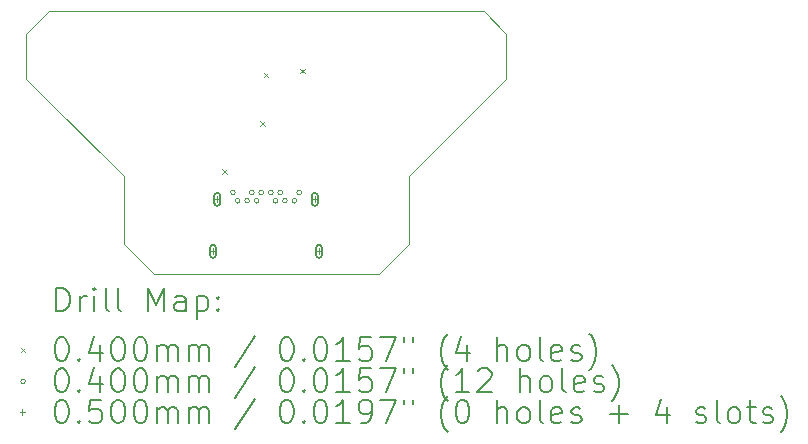
<source format=gbr>
%TF.GenerationSoftware,KiCad,Pcbnew,7.0.5*%
%TF.CreationDate,2024-02-16T09:22:16-05:00*%
%TF.ProjectId,female_connector,66656d61-6c65-45f6-936f-6e6e6563746f,rev?*%
%TF.SameCoordinates,Original*%
%TF.FileFunction,Drillmap*%
%TF.FilePolarity,Positive*%
%FSLAX45Y45*%
G04 Gerber Fmt 4.5, Leading zero omitted, Abs format (unit mm)*
G04 Created by KiCad (PCBNEW 7.0.5) date 2024-02-16 09:22:16*
%MOMM*%
%LPD*%
G01*
G04 APERTURE LIST*
%ADD10C,0.100000*%
%ADD11C,0.200000*%
%ADD12C,0.040000*%
%ADD13C,0.050000*%
G04 APERTURE END LIST*
D10*
X15875000Y-7366000D02*
X16065500Y-7556500D01*
X16065500Y-7556500D02*
X16065500Y-7937500D01*
X14033500Y-7366000D02*
X15875000Y-7366000D01*
X12192000Y-7366000D02*
X14033500Y-7366000D01*
X12001500Y-7937500D02*
X12001500Y-7556500D01*
X16065500Y-7937500D02*
X15938500Y-8064500D01*
X12001500Y-7556500D02*
X12192000Y-7366000D01*
X12827000Y-8763000D02*
X12827000Y-9334500D01*
X15938500Y-8064500D02*
X15240000Y-8763000D01*
X15240000Y-8763000D02*
X15240000Y-9334500D01*
X14033500Y-9588500D02*
X13081000Y-9588500D01*
X12128500Y-8064500D02*
X12001500Y-7937500D01*
X14986000Y-9588500D02*
X14033500Y-9588500D01*
X13081000Y-9588500D02*
X12827000Y-9334500D01*
X12827000Y-8763000D02*
X12128500Y-8064500D01*
X15240000Y-9334500D02*
X14986000Y-9588500D01*
D11*
D12*
X13664180Y-8699290D02*
X13704180Y-8739290D01*
X13704180Y-8699290D02*
X13664180Y-8739290D01*
X13985280Y-8297170D02*
X14025280Y-8337170D01*
X14025280Y-8297170D02*
X13985280Y-8337170D01*
X14013500Y-7885650D02*
X14053500Y-7925650D01*
X14053500Y-7885650D02*
X14013500Y-7925650D01*
X14322630Y-7849670D02*
X14362630Y-7889670D01*
X14362630Y-7849670D02*
X14322630Y-7889670D01*
X13773500Y-8899000D02*
G75*
G03*
X13773500Y-8899000I-20000J0D01*
G01*
X13813500Y-8969000D02*
G75*
G03*
X13813500Y-8969000I-20000J0D01*
G01*
X13893500Y-8969000D02*
G75*
G03*
X13893500Y-8969000I-20000J0D01*
G01*
X13933500Y-8899000D02*
G75*
G03*
X13933500Y-8899000I-20000J0D01*
G01*
X13973500Y-8969000D02*
G75*
G03*
X13973500Y-8969000I-20000J0D01*
G01*
X14013500Y-8899000D02*
G75*
G03*
X14013500Y-8899000I-20000J0D01*
G01*
X14093500Y-8899000D02*
G75*
G03*
X14093500Y-8899000I-20000J0D01*
G01*
X14133500Y-8969000D02*
G75*
G03*
X14133500Y-8969000I-20000J0D01*
G01*
X14173500Y-8899000D02*
G75*
G03*
X14173500Y-8899000I-20000J0D01*
G01*
X14213500Y-8969000D02*
G75*
G03*
X14213500Y-8969000I-20000J0D01*
G01*
X14293500Y-8969000D02*
G75*
G03*
X14293500Y-8969000I-20000J0D01*
G01*
X14333500Y-8899000D02*
G75*
G03*
X14333500Y-8899000I-20000J0D01*
G01*
D13*
X13584500Y-9373000D02*
X13584500Y-9423000D01*
X13559500Y-9398000D02*
X13609500Y-9398000D01*
D11*
X13559500Y-9368000D02*
X13559500Y-9428000D01*
X13559500Y-9428000D02*
G75*
G03*
X13609500Y-9428000I25000J0D01*
G01*
X13609500Y-9428000D02*
X13609500Y-9368000D01*
X13609500Y-9368000D02*
G75*
G03*
X13559500Y-9368000I-25000J0D01*
G01*
D13*
X13620500Y-8933000D02*
X13620500Y-8983000D01*
X13595500Y-8958000D02*
X13645500Y-8958000D01*
D11*
X13595500Y-8928000D02*
X13595500Y-8988000D01*
X13595500Y-8988000D02*
G75*
G03*
X13645500Y-8988000I25000J0D01*
G01*
X13645500Y-8988000D02*
X13645500Y-8928000D01*
X13645500Y-8928000D02*
G75*
G03*
X13595500Y-8928000I-25000J0D01*
G01*
D13*
X14446500Y-8933000D02*
X14446500Y-8983000D01*
X14421500Y-8958000D02*
X14471500Y-8958000D01*
D11*
X14421500Y-8928000D02*
X14421500Y-8988000D01*
X14421500Y-8988000D02*
G75*
G03*
X14471500Y-8988000I25000J0D01*
G01*
X14471500Y-8988000D02*
X14471500Y-8928000D01*
X14471500Y-8928000D02*
G75*
G03*
X14421500Y-8928000I-25000J0D01*
G01*
D13*
X14482500Y-9373000D02*
X14482500Y-9423000D01*
X14457500Y-9398000D02*
X14507500Y-9398000D01*
D11*
X14457500Y-9368000D02*
X14457500Y-9428000D01*
X14457500Y-9428000D02*
G75*
G03*
X14507500Y-9428000I25000J0D01*
G01*
X14507500Y-9428000D02*
X14507500Y-9368000D01*
X14507500Y-9368000D02*
G75*
G03*
X14457500Y-9368000I-25000J0D01*
G01*
X12257277Y-9904984D02*
X12257277Y-9704984D01*
X12257277Y-9704984D02*
X12304896Y-9704984D01*
X12304896Y-9704984D02*
X12333467Y-9714508D01*
X12333467Y-9714508D02*
X12352515Y-9733555D01*
X12352515Y-9733555D02*
X12362039Y-9752603D01*
X12362039Y-9752603D02*
X12371562Y-9790698D01*
X12371562Y-9790698D02*
X12371562Y-9819270D01*
X12371562Y-9819270D02*
X12362039Y-9857365D01*
X12362039Y-9857365D02*
X12352515Y-9876412D01*
X12352515Y-9876412D02*
X12333467Y-9895460D01*
X12333467Y-9895460D02*
X12304896Y-9904984D01*
X12304896Y-9904984D02*
X12257277Y-9904984D01*
X12457277Y-9904984D02*
X12457277Y-9771650D01*
X12457277Y-9809746D02*
X12466801Y-9790698D01*
X12466801Y-9790698D02*
X12476324Y-9781174D01*
X12476324Y-9781174D02*
X12495372Y-9771650D01*
X12495372Y-9771650D02*
X12514420Y-9771650D01*
X12581086Y-9904984D02*
X12581086Y-9771650D01*
X12581086Y-9704984D02*
X12571562Y-9714508D01*
X12571562Y-9714508D02*
X12581086Y-9724031D01*
X12581086Y-9724031D02*
X12590610Y-9714508D01*
X12590610Y-9714508D02*
X12581086Y-9704984D01*
X12581086Y-9704984D02*
X12581086Y-9724031D01*
X12704896Y-9904984D02*
X12685848Y-9895460D01*
X12685848Y-9895460D02*
X12676324Y-9876412D01*
X12676324Y-9876412D02*
X12676324Y-9704984D01*
X12809658Y-9904984D02*
X12790610Y-9895460D01*
X12790610Y-9895460D02*
X12781086Y-9876412D01*
X12781086Y-9876412D02*
X12781086Y-9704984D01*
X13038229Y-9904984D02*
X13038229Y-9704984D01*
X13038229Y-9704984D02*
X13104896Y-9847841D01*
X13104896Y-9847841D02*
X13171562Y-9704984D01*
X13171562Y-9704984D02*
X13171562Y-9904984D01*
X13352515Y-9904984D02*
X13352515Y-9800222D01*
X13352515Y-9800222D02*
X13342991Y-9781174D01*
X13342991Y-9781174D02*
X13323943Y-9771650D01*
X13323943Y-9771650D02*
X13285848Y-9771650D01*
X13285848Y-9771650D02*
X13266801Y-9781174D01*
X13352515Y-9895460D02*
X13333467Y-9904984D01*
X13333467Y-9904984D02*
X13285848Y-9904984D01*
X13285848Y-9904984D02*
X13266801Y-9895460D01*
X13266801Y-9895460D02*
X13257277Y-9876412D01*
X13257277Y-9876412D02*
X13257277Y-9857365D01*
X13257277Y-9857365D02*
X13266801Y-9838317D01*
X13266801Y-9838317D02*
X13285848Y-9828793D01*
X13285848Y-9828793D02*
X13333467Y-9828793D01*
X13333467Y-9828793D02*
X13352515Y-9819270D01*
X13447753Y-9771650D02*
X13447753Y-9971650D01*
X13447753Y-9781174D02*
X13466801Y-9771650D01*
X13466801Y-9771650D02*
X13504896Y-9771650D01*
X13504896Y-9771650D02*
X13523943Y-9781174D01*
X13523943Y-9781174D02*
X13533467Y-9790698D01*
X13533467Y-9790698D02*
X13542991Y-9809746D01*
X13542991Y-9809746D02*
X13542991Y-9866889D01*
X13542991Y-9866889D02*
X13533467Y-9885936D01*
X13533467Y-9885936D02*
X13523943Y-9895460D01*
X13523943Y-9895460D02*
X13504896Y-9904984D01*
X13504896Y-9904984D02*
X13466801Y-9904984D01*
X13466801Y-9904984D02*
X13447753Y-9895460D01*
X13628705Y-9885936D02*
X13638229Y-9895460D01*
X13638229Y-9895460D02*
X13628705Y-9904984D01*
X13628705Y-9904984D02*
X13619182Y-9895460D01*
X13619182Y-9895460D02*
X13628705Y-9885936D01*
X13628705Y-9885936D02*
X13628705Y-9904984D01*
X13628705Y-9781174D02*
X13638229Y-9790698D01*
X13638229Y-9790698D02*
X13628705Y-9800222D01*
X13628705Y-9800222D02*
X13619182Y-9790698D01*
X13619182Y-9790698D02*
X13628705Y-9781174D01*
X13628705Y-9781174D02*
X13628705Y-9800222D01*
D12*
X11956500Y-10213500D02*
X11996500Y-10253500D01*
X11996500Y-10213500D02*
X11956500Y-10253500D01*
D11*
X12295372Y-10124984D02*
X12314420Y-10124984D01*
X12314420Y-10124984D02*
X12333467Y-10134508D01*
X12333467Y-10134508D02*
X12342991Y-10144031D01*
X12342991Y-10144031D02*
X12352515Y-10163079D01*
X12352515Y-10163079D02*
X12362039Y-10201174D01*
X12362039Y-10201174D02*
X12362039Y-10248793D01*
X12362039Y-10248793D02*
X12352515Y-10286889D01*
X12352515Y-10286889D02*
X12342991Y-10305936D01*
X12342991Y-10305936D02*
X12333467Y-10315460D01*
X12333467Y-10315460D02*
X12314420Y-10324984D01*
X12314420Y-10324984D02*
X12295372Y-10324984D01*
X12295372Y-10324984D02*
X12276324Y-10315460D01*
X12276324Y-10315460D02*
X12266801Y-10305936D01*
X12266801Y-10305936D02*
X12257277Y-10286889D01*
X12257277Y-10286889D02*
X12247753Y-10248793D01*
X12247753Y-10248793D02*
X12247753Y-10201174D01*
X12247753Y-10201174D02*
X12257277Y-10163079D01*
X12257277Y-10163079D02*
X12266801Y-10144031D01*
X12266801Y-10144031D02*
X12276324Y-10134508D01*
X12276324Y-10134508D02*
X12295372Y-10124984D01*
X12447753Y-10305936D02*
X12457277Y-10315460D01*
X12457277Y-10315460D02*
X12447753Y-10324984D01*
X12447753Y-10324984D02*
X12438229Y-10315460D01*
X12438229Y-10315460D02*
X12447753Y-10305936D01*
X12447753Y-10305936D02*
X12447753Y-10324984D01*
X12628705Y-10191650D02*
X12628705Y-10324984D01*
X12581086Y-10115460D02*
X12533467Y-10258317D01*
X12533467Y-10258317D02*
X12657277Y-10258317D01*
X12771562Y-10124984D02*
X12790610Y-10124984D01*
X12790610Y-10124984D02*
X12809658Y-10134508D01*
X12809658Y-10134508D02*
X12819182Y-10144031D01*
X12819182Y-10144031D02*
X12828705Y-10163079D01*
X12828705Y-10163079D02*
X12838229Y-10201174D01*
X12838229Y-10201174D02*
X12838229Y-10248793D01*
X12838229Y-10248793D02*
X12828705Y-10286889D01*
X12828705Y-10286889D02*
X12819182Y-10305936D01*
X12819182Y-10305936D02*
X12809658Y-10315460D01*
X12809658Y-10315460D02*
X12790610Y-10324984D01*
X12790610Y-10324984D02*
X12771562Y-10324984D01*
X12771562Y-10324984D02*
X12752515Y-10315460D01*
X12752515Y-10315460D02*
X12742991Y-10305936D01*
X12742991Y-10305936D02*
X12733467Y-10286889D01*
X12733467Y-10286889D02*
X12723943Y-10248793D01*
X12723943Y-10248793D02*
X12723943Y-10201174D01*
X12723943Y-10201174D02*
X12733467Y-10163079D01*
X12733467Y-10163079D02*
X12742991Y-10144031D01*
X12742991Y-10144031D02*
X12752515Y-10134508D01*
X12752515Y-10134508D02*
X12771562Y-10124984D01*
X12962039Y-10124984D02*
X12981086Y-10124984D01*
X12981086Y-10124984D02*
X13000134Y-10134508D01*
X13000134Y-10134508D02*
X13009658Y-10144031D01*
X13009658Y-10144031D02*
X13019182Y-10163079D01*
X13019182Y-10163079D02*
X13028705Y-10201174D01*
X13028705Y-10201174D02*
X13028705Y-10248793D01*
X13028705Y-10248793D02*
X13019182Y-10286889D01*
X13019182Y-10286889D02*
X13009658Y-10305936D01*
X13009658Y-10305936D02*
X13000134Y-10315460D01*
X13000134Y-10315460D02*
X12981086Y-10324984D01*
X12981086Y-10324984D02*
X12962039Y-10324984D01*
X12962039Y-10324984D02*
X12942991Y-10315460D01*
X12942991Y-10315460D02*
X12933467Y-10305936D01*
X12933467Y-10305936D02*
X12923943Y-10286889D01*
X12923943Y-10286889D02*
X12914420Y-10248793D01*
X12914420Y-10248793D02*
X12914420Y-10201174D01*
X12914420Y-10201174D02*
X12923943Y-10163079D01*
X12923943Y-10163079D02*
X12933467Y-10144031D01*
X12933467Y-10144031D02*
X12942991Y-10134508D01*
X12942991Y-10134508D02*
X12962039Y-10124984D01*
X13114420Y-10324984D02*
X13114420Y-10191650D01*
X13114420Y-10210698D02*
X13123943Y-10201174D01*
X13123943Y-10201174D02*
X13142991Y-10191650D01*
X13142991Y-10191650D02*
X13171563Y-10191650D01*
X13171563Y-10191650D02*
X13190610Y-10201174D01*
X13190610Y-10201174D02*
X13200134Y-10220222D01*
X13200134Y-10220222D02*
X13200134Y-10324984D01*
X13200134Y-10220222D02*
X13209658Y-10201174D01*
X13209658Y-10201174D02*
X13228705Y-10191650D01*
X13228705Y-10191650D02*
X13257277Y-10191650D01*
X13257277Y-10191650D02*
X13276324Y-10201174D01*
X13276324Y-10201174D02*
X13285848Y-10220222D01*
X13285848Y-10220222D02*
X13285848Y-10324984D01*
X13381086Y-10324984D02*
X13381086Y-10191650D01*
X13381086Y-10210698D02*
X13390610Y-10201174D01*
X13390610Y-10201174D02*
X13409658Y-10191650D01*
X13409658Y-10191650D02*
X13438229Y-10191650D01*
X13438229Y-10191650D02*
X13457277Y-10201174D01*
X13457277Y-10201174D02*
X13466801Y-10220222D01*
X13466801Y-10220222D02*
X13466801Y-10324984D01*
X13466801Y-10220222D02*
X13476324Y-10201174D01*
X13476324Y-10201174D02*
X13495372Y-10191650D01*
X13495372Y-10191650D02*
X13523943Y-10191650D01*
X13523943Y-10191650D02*
X13542991Y-10201174D01*
X13542991Y-10201174D02*
X13552515Y-10220222D01*
X13552515Y-10220222D02*
X13552515Y-10324984D01*
X13942991Y-10115460D02*
X13771563Y-10372603D01*
X14200134Y-10124984D02*
X14219182Y-10124984D01*
X14219182Y-10124984D02*
X14238229Y-10134508D01*
X14238229Y-10134508D02*
X14247753Y-10144031D01*
X14247753Y-10144031D02*
X14257277Y-10163079D01*
X14257277Y-10163079D02*
X14266801Y-10201174D01*
X14266801Y-10201174D02*
X14266801Y-10248793D01*
X14266801Y-10248793D02*
X14257277Y-10286889D01*
X14257277Y-10286889D02*
X14247753Y-10305936D01*
X14247753Y-10305936D02*
X14238229Y-10315460D01*
X14238229Y-10315460D02*
X14219182Y-10324984D01*
X14219182Y-10324984D02*
X14200134Y-10324984D01*
X14200134Y-10324984D02*
X14181086Y-10315460D01*
X14181086Y-10315460D02*
X14171563Y-10305936D01*
X14171563Y-10305936D02*
X14162039Y-10286889D01*
X14162039Y-10286889D02*
X14152515Y-10248793D01*
X14152515Y-10248793D02*
X14152515Y-10201174D01*
X14152515Y-10201174D02*
X14162039Y-10163079D01*
X14162039Y-10163079D02*
X14171563Y-10144031D01*
X14171563Y-10144031D02*
X14181086Y-10134508D01*
X14181086Y-10134508D02*
X14200134Y-10124984D01*
X14352515Y-10305936D02*
X14362039Y-10315460D01*
X14362039Y-10315460D02*
X14352515Y-10324984D01*
X14352515Y-10324984D02*
X14342991Y-10315460D01*
X14342991Y-10315460D02*
X14352515Y-10305936D01*
X14352515Y-10305936D02*
X14352515Y-10324984D01*
X14485848Y-10124984D02*
X14504896Y-10124984D01*
X14504896Y-10124984D02*
X14523944Y-10134508D01*
X14523944Y-10134508D02*
X14533467Y-10144031D01*
X14533467Y-10144031D02*
X14542991Y-10163079D01*
X14542991Y-10163079D02*
X14552515Y-10201174D01*
X14552515Y-10201174D02*
X14552515Y-10248793D01*
X14552515Y-10248793D02*
X14542991Y-10286889D01*
X14542991Y-10286889D02*
X14533467Y-10305936D01*
X14533467Y-10305936D02*
X14523944Y-10315460D01*
X14523944Y-10315460D02*
X14504896Y-10324984D01*
X14504896Y-10324984D02*
X14485848Y-10324984D01*
X14485848Y-10324984D02*
X14466801Y-10315460D01*
X14466801Y-10315460D02*
X14457277Y-10305936D01*
X14457277Y-10305936D02*
X14447753Y-10286889D01*
X14447753Y-10286889D02*
X14438229Y-10248793D01*
X14438229Y-10248793D02*
X14438229Y-10201174D01*
X14438229Y-10201174D02*
X14447753Y-10163079D01*
X14447753Y-10163079D02*
X14457277Y-10144031D01*
X14457277Y-10144031D02*
X14466801Y-10134508D01*
X14466801Y-10134508D02*
X14485848Y-10124984D01*
X14742991Y-10324984D02*
X14628706Y-10324984D01*
X14685848Y-10324984D02*
X14685848Y-10124984D01*
X14685848Y-10124984D02*
X14666801Y-10153555D01*
X14666801Y-10153555D02*
X14647753Y-10172603D01*
X14647753Y-10172603D02*
X14628706Y-10182127D01*
X14923944Y-10124984D02*
X14828706Y-10124984D01*
X14828706Y-10124984D02*
X14819182Y-10220222D01*
X14819182Y-10220222D02*
X14828706Y-10210698D01*
X14828706Y-10210698D02*
X14847753Y-10201174D01*
X14847753Y-10201174D02*
X14895372Y-10201174D01*
X14895372Y-10201174D02*
X14914420Y-10210698D01*
X14914420Y-10210698D02*
X14923944Y-10220222D01*
X14923944Y-10220222D02*
X14933467Y-10239270D01*
X14933467Y-10239270D02*
X14933467Y-10286889D01*
X14933467Y-10286889D02*
X14923944Y-10305936D01*
X14923944Y-10305936D02*
X14914420Y-10315460D01*
X14914420Y-10315460D02*
X14895372Y-10324984D01*
X14895372Y-10324984D02*
X14847753Y-10324984D01*
X14847753Y-10324984D02*
X14828706Y-10315460D01*
X14828706Y-10315460D02*
X14819182Y-10305936D01*
X15000134Y-10124984D02*
X15133467Y-10124984D01*
X15133467Y-10124984D02*
X15047753Y-10324984D01*
X15200134Y-10124984D02*
X15200134Y-10163079D01*
X15276325Y-10124984D02*
X15276325Y-10163079D01*
X15571563Y-10401174D02*
X15562039Y-10391650D01*
X15562039Y-10391650D02*
X15542991Y-10363079D01*
X15542991Y-10363079D02*
X15533468Y-10344031D01*
X15533468Y-10344031D02*
X15523944Y-10315460D01*
X15523944Y-10315460D02*
X15514420Y-10267841D01*
X15514420Y-10267841D02*
X15514420Y-10229746D01*
X15514420Y-10229746D02*
X15523944Y-10182127D01*
X15523944Y-10182127D02*
X15533468Y-10153555D01*
X15533468Y-10153555D02*
X15542991Y-10134508D01*
X15542991Y-10134508D02*
X15562039Y-10105936D01*
X15562039Y-10105936D02*
X15571563Y-10096412D01*
X15733468Y-10191650D02*
X15733468Y-10324984D01*
X15685848Y-10115460D02*
X15638229Y-10258317D01*
X15638229Y-10258317D02*
X15762039Y-10258317D01*
X15990610Y-10324984D02*
X15990610Y-10124984D01*
X16076325Y-10324984D02*
X16076325Y-10220222D01*
X16076325Y-10220222D02*
X16066801Y-10201174D01*
X16066801Y-10201174D02*
X16047753Y-10191650D01*
X16047753Y-10191650D02*
X16019182Y-10191650D01*
X16019182Y-10191650D02*
X16000134Y-10201174D01*
X16000134Y-10201174D02*
X15990610Y-10210698D01*
X16200134Y-10324984D02*
X16181087Y-10315460D01*
X16181087Y-10315460D02*
X16171563Y-10305936D01*
X16171563Y-10305936D02*
X16162039Y-10286889D01*
X16162039Y-10286889D02*
X16162039Y-10229746D01*
X16162039Y-10229746D02*
X16171563Y-10210698D01*
X16171563Y-10210698D02*
X16181087Y-10201174D01*
X16181087Y-10201174D02*
X16200134Y-10191650D01*
X16200134Y-10191650D02*
X16228706Y-10191650D01*
X16228706Y-10191650D02*
X16247753Y-10201174D01*
X16247753Y-10201174D02*
X16257277Y-10210698D01*
X16257277Y-10210698D02*
X16266801Y-10229746D01*
X16266801Y-10229746D02*
X16266801Y-10286889D01*
X16266801Y-10286889D02*
X16257277Y-10305936D01*
X16257277Y-10305936D02*
X16247753Y-10315460D01*
X16247753Y-10315460D02*
X16228706Y-10324984D01*
X16228706Y-10324984D02*
X16200134Y-10324984D01*
X16381087Y-10324984D02*
X16362039Y-10315460D01*
X16362039Y-10315460D02*
X16352515Y-10296412D01*
X16352515Y-10296412D02*
X16352515Y-10124984D01*
X16533468Y-10315460D02*
X16514420Y-10324984D01*
X16514420Y-10324984D02*
X16476325Y-10324984D01*
X16476325Y-10324984D02*
X16457277Y-10315460D01*
X16457277Y-10315460D02*
X16447753Y-10296412D01*
X16447753Y-10296412D02*
X16447753Y-10220222D01*
X16447753Y-10220222D02*
X16457277Y-10201174D01*
X16457277Y-10201174D02*
X16476325Y-10191650D01*
X16476325Y-10191650D02*
X16514420Y-10191650D01*
X16514420Y-10191650D02*
X16533468Y-10201174D01*
X16533468Y-10201174D02*
X16542991Y-10220222D01*
X16542991Y-10220222D02*
X16542991Y-10239270D01*
X16542991Y-10239270D02*
X16447753Y-10258317D01*
X16619182Y-10315460D02*
X16638230Y-10324984D01*
X16638230Y-10324984D02*
X16676325Y-10324984D01*
X16676325Y-10324984D02*
X16695372Y-10315460D01*
X16695372Y-10315460D02*
X16704896Y-10296412D01*
X16704896Y-10296412D02*
X16704896Y-10286889D01*
X16704896Y-10286889D02*
X16695372Y-10267841D01*
X16695372Y-10267841D02*
X16676325Y-10258317D01*
X16676325Y-10258317D02*
X16647753Y-10258317D01*
X16647753Y-10258317D02*
X16628706Y-10248793D01*
X16628706Y-10248793D02*
X16619182Y-10229746D01*
X16619182Y-10229746D02*
X16619182Y-10220222D01*
X16619182Y-10220222D02*
X16628706Y-10201174D01*
X16628706Y-10201174D02*
X16647753Y-10191650D01*
X16647753Y-10191650D02*
X16676325Y-10191650D01*
X16676325Y-10191650D02*
X16695372Y-10201174D01*
X16771563Y-10401174D02*
X16781087Y-10391650D01*
X16781087Y-10391650D02*
X16800134Y-10363079D01*
X16800134Y-10363079D02*
X16809658Y-10344031D01*
X16809658Y-10344031D02*
X16819182Y-10315460D01*
X16819182Y-10315460D02*
X16828706Y-10267841D01*
X16828706Y-10267841D02*
X16828706Y-10229746D01*
X16828706Y-10229746D02*
X16819182Y-10182127D01*
X16819182Y-10182127D02*
X16809658Y-10153555D01*
X16809658Y-10153555D02*
X16800134Y-10134508D01*
X16800134Y-10134508D02*
X16781087Y-10105936D01*
X16781087Y-10105936D02*
X16771563Y-10096412D01*
D12*
X11996500Y-10497500D02*
G75*
G03*
X11996500Y-10497500I-20000J0D01*
G01*
D11*
X12295372Y-10388984D02*
X12314420Y-10388984D01*
X12314420Y-10388984D02*
X12333467Y-10398508D01*
X12333467Y-10398508D02*
X12342991Y-10408031D01*
X12342991Y-10408031D02*
X12352515Y-10427079D01*
X12352515Y-10427079D02*
X12362039Y-10465174D01*
X12362039Y-10465174D02*
X12362039Y-10512793D01*
X12362039Y-10512793D02*
X12352515Y-10550889D01*
X12352515Y-10550889D02*
X12342991Y-10569936D01*
X12342991Y-10569936D02*
X12333467Y-10579460D01*
X12333467Y-10579460D02*
X12314420Y-10588984D01*
X12314420Y-10588984D02*
X12295372Y-10588984D01*
X12295372Y-10588984D02*
X12276324Y-10579460D01*
X12276324Y-10579460D02*
X12266801Y-10569936D01*
X12266801Y-10569936D02*
X12257277Y-10550889D01*
X12257277Y-10550889D02*
X12247753Y-10512793D01*
X12247753Y-10512793D02*
X12247753Y-10465174D01*
X12247753Y-10465174D02*
X12257277Y-10427079D01*
X12257277Y-10427079D02*
X12266801Y-10408031D01*
X12266801Y-10408031D02*
X12276324Y-10398508D01*
X12276324Y-10398508D02*
X12295372Y-10388984D01*
X12447753Y-10569936D02*
X12457277Y-10579460D01*
X12457277Y-10579460D02*
X12447753Y-10588984D01*
X12447753Y-10588984D02*
X12438229Y-10579460D01*
X12438229Y-10579460D02*
X12447753Y-10569936D01*
X12447753Y-10569936D02*
X12447753Y-10588984D01*
X12628705Y-10455650D02*
X12628705Y-10588984D01*
X12581086Y-10379460D02*
X12533467Y-10522317D01*
X12533467Y-10522317D02*
X12657277Y-10522317D01*
X12771562Y-10388984D02*
X12790610Y-10388984D01*
X12790610Y-10388984D02*
X12809658Y-10398508D01*
X12809658Y-10398508D02*
X12819182Y-10408031D01*
X12819182Y-10408031D02*
X12828705Y-10427079D01*
X12828705Y-10427079D02*
X12838229Y-10465174D01*
X12838229Y-10465174D02*
X12838229Y-10512793D01*
X12838229Y-10512793D02*
X12828705Y-10550889D01*
X12828705Y-10550889D02*
X12819182Y-10569936D01*
X12819182Y-10569936D02*
X12809658Y-10579460D01*
X12809658Y-10579460D02*
X12790610Y-10588984D01*
X12790610Y-10588984D02*
X12771562Y-10588984D01*
X12771562Y-10588984D02*
X12752515Y-10579460D01*
X12752515Y-10579460D02*
X12742991Y-10569936D01*
X12742991Y-10569936D02*
X12733467Y-10550889D01*
X12733467Y-10550889D02*
X12723943Y-10512793D01*
X12723943Y-10512793D02*
X12723943Y-10465174D01*
X12723943Y-10465174D02*
X12733467Y-10427079D01*
X12733467Y-10427079D02*
X12742991Y-10408031D01*
X12742991Y-10408031D02*
X12752515Y-10398508D01*
X12752515Y-10398508D02*
X12771562Y-10388984D01*
X12962039Y-10388984D02*
X12981086Y-10388984D01*
X12981086Y-10388984D02*
X13000134Y-10398508D01*
X13000134Y-10398508D02*
X13009658Y-10408031D01*
X13009658Y-10408031D02*
X13019182Y-10427079D01*
X13019182Y-10427079D02*
X13028705Y-10465174D01*
X13028705Y-10465174D02*
X13028705Y-10512793D01*
X13028705Y-10512793D02*
X13019182Y-10550889D01*
X13019182Y-10550889D02*
X13009658Y-10569936D01*
X13009658Y-10569936D02*
X13000134Y-10579460D01*
X13000134Y-10579460D02*
X12981086Y-10588984D01*
X12981086Y-10588984D02*
X12962039Y-10588984D01*
X12962039Y-10588984D02*
X12942991Y-10579460D01*
X12942991Y-10579460D02*
X12933467Y-10569936D01*
X12933467Y-10569936D02*
X12923943Y-10550889D01*
X12923943Y-10550889D02*
X12914420Y-10512793D01*
X12914420Y-10512793D02*
X12914420Y-10465174D01*
X12914420Y-10465174D02*
X12923943Y-10427079D01*
X12923943Y-10427079D02*
X12933467Y-10408031D01*
X12933467Y-10408031D02*
X12942991Y-10398508D01*
X12942991Y-10398508D02*
X12962039Y-10388984D01*
X13114420Y-10588984D02*
X13114420Y-10455650D01*
X13114420Y-10474698D02*
X13123943Y-10465174D01*
X13123943Y-10465174D02*
X13142991Y-10455650D01*
X13142991Y-10455650D02*
X13171563Y-10455650D01*
X13171563Y-10455650D02*
X13190610Y-10465174D01*
X13190610Y-10465174D02*
X13200134Y-10484222D01*
X13200134Y-10484222D02*
X13200134Y-10588984D01*
X13200134Y-10484222D02*
X13209658Y-10465174D01*
X13209658Y-10465174D02*
X13228705Y-10455650D01*
X13228705Y-10455650D02*
X13257277Y-10455650D01*
X13257277Y-10455650D02*
X13276324Y-10465174D01*
X13276324Y-10465174D02*
X13285848Y-10484222D01*
X13285848Y-10484222D02*
X13285848Y-10588984D01*
X13381086Y-10588984D02*
X13381086Y-10455650D01*
X13381086Y-10474698D02*
X13390610Y-10465174D01*
X13390610Y-10465174D02*
X13409658Y-10455650D01*
X13409658Y-10455650D02*
X13438229Y-10455650D01*
X13438229Y-10455650D02*
X13457277Y-10465174D01*
X13457277Y-10465174D02*
X13466801Y-10484222D01*
X13466801Y-10484222D02*
X13466801Y-10588984D01*
X13466801Y-10484222D02*
X13476324Y-10465174D01*
X13476324Y-10465174D02*
X13495372Y-10455650D01*
X13495372Y-10455650D02*
X13523943Y-10455650D01*
X13523943Y-10455650D02*
X13542991Y-10465174D01*
X13542991Y-10465174D02*
X13552515Y-10484222D01*
X13552515Y-10484222D02*
X13552515Y-10588984D01*
X13942991Y-10379460D02*
X13771563Y-10636603D01*
X14200134Y-10388984D02*
X14219182Y-10388984D01*
X14219182Y-10388984D02*
X14238229Y-10398508D01*
X14238229Y-10398508D02*
X14247753Y-10408031D01*
X14247753Y-10408031D02*
X14257277Y-10427079D01*
X14257277Y-10427079D02*
X14266801Y-10465174D01*
X14266801Y-10465174D02*
X14266801Y-10512793D01*
X14266801Y-10512793D02*
X14257277Y-10550889D01*
X14257277Y-10550889D02*
X14247753Y-10569936D01*
X14247753Y-10569936D02*
X14238229Y-10579460D01*
X14238229Y-10579460D02*
X14219182Y-10588984D01*
X14219182Y-10588984D02*
X14200134Y-10588984D01*
X14200134Y-10588984D02*
X14181086Y-10579460D01*
X14181086Y-10579460D02*
X14171563Y-10569936D01*
X14171563Y-10569936D02*
X14162039Y-10550889D01*
X14162039Y-10550889D02*
X14152515Y-10512793D01*
X14152515Y-10512793D02*
X14152515Y-10465174D01*
X14152515Y-10465174D02*
X14162039Y-10427079D01*
X14162039Y-10427079D02*
X14171563Y-10408031D01*
X14171563Y-10408031D02*
X14181086Y-10398508D01*
X14181086Y-10398508D02*
X14200134Y-10388984D01*
X14352515Y-10569936D02*
X14362039Y-10579460D01*
X14362039Y-10579460D02*
X14352515Y-10588984D01*
X14352515Y-10588984D02*
X14342991Y-10579460D01*
X14342991Y-10579460D02*
X14352515Y-10569936D01*
X14352515Y-10569936D02*
X14352515Y-10588984D01*
X14485848Y-10388984D02*
X14504896Y-10388984D01*
X14504896Y-10388984D02*
X14523944Y-10398508D01*
X14523944Y-10398508D02*
X14533467Y-10408031D01*
X14533467Y-10408031D02*
X14542991Y-10427079D01*
X14542991Y-10427079D02*
X14552515Y-10465174D01*
X14552515Y-10465174D02*
X14552515Y-10512793D01*
X14552515Y-10512793D02*
X14542991Y-10550889D01*
X14542991Y-10550889D02*
X14533467Y-10569936D01*
X14533467Y-10569936D02*
X14523944Y-10579460D01*
X14523944Y-10579460D02*
X14504896Y-10588984D01*
X14504896Y-10588984D02*
X14485848Y-10588984D01*
X14485848Y-10588984D02*
X14466801Y-10579460D01*
X14466801Y-10579460D02*
X14457277Y-10569936D01*
X14457277Y-10569936D02*
X14447753Y-10550889D01*
X14447753Y-10550889D02*
X14438229Y-10512793D01*
X14438229Y-10512793D02*
X14438229Y-10465174D01*
X14438229Y-10465174D02*
X14447753Y-10427079D01*
X14447753Y-10427079D02*
X14457277Y-10408031D01*
X14457277Y-10408031D02*
X14466801Y-10398508D01*
X14466801Y-10398508D02*
X14485848Y-10388984D01*
X14742991Y-10588984D02*
X14628706Y-10588984D01*
X14685848Y-10588984D02*
X14685848Y-10388984D01*
X14685848Y-10388984D02*
X14666801Y-10417555D01*
X14666801Y-10417555D02*
X14647753Y-10436603D01*
X14647753Y-10436603D02*
X14628706Y-10446127D01*
X14923944Y-10388984D02*
X14828706Y-10388984D01*
X14828706Y-10388984D02*
X14819182Y-10484222D01*
X14819182Y-10484222D02*
X14828706Y-10474698D01*
X14828706Y-10474698D02*
X14847753Y-10465174D01*
X14847753Y-10465174D02*
X14895372Y-10465174D01*
X14895372Y-10465174D02*
X14914420Y-10474698D01*
X14914420Y-10474698D02*
X14923944Y-10484222D01*
X14923944Y-10484222D02*
X14933467Y-10503270D01*
X14933467Y-10503270D02*
X14933467Y-10550889D01*
X14933467Y-10550889D02*
X14923944Y-10569936D01*
X14923944Y-10569936D02*
X14914420Y-10579460D01*
X14914420Y-10579460D02*
X14895372Y-10588984D01*
X14895372Y-10588984D02*
X14847753Y-10588984D01*
X14847753Y-10588984D02*
X14828706Y-10579460D01*
X14828706Y-10579460D02*
X14819182Y-10569936D01*
X15000134Y-10388984D02*
X15133467Y-10388984D01*
X15133467Y-10388984D02*
X15047753Y-10588984D01*
X15200134Y-10388984D02*
X15200134Y-10427079D01*
X15276325Y-10388984D02*
X15276325Y-10427079D01*
X15571563Y-10665174D02*
X15562039Y-10655650D01*
X15562039Y-10655650D02*
X15542991Y-10627079D01*
X15542991Y-10627079D02*
X15533468Y-10608031D01*
X15533468Y-10608031D02*
X15523944Y-10579460D01*
X15523944Y-10579460D02*
X15514420Y-10531841D01*
X15514420Y-10531841D02*
X15514420Y-10493746D01*
X15514420Y-10493746D02*
X15523944Y-10446127D01*
X15523944Y-10446127D02*
X15533468Y-10417555D01*
X15533468Y-10417555D02*
X15542991Y-10398508D01*
X15542991Y-10398508D02*
X15562039Y-10369936D01*
X15562039Y-10369936D02*
X15571563Y-10360412D01*
X15752515Y-10588984D02*
X15638229Y-10588984D01*
X15695372Y-10588984D02*
X15695372Y-10388984D01*
X15695372Y-10388984D02*
X15676325Y-10417555D01*
X15676325Y-10417555D02*
X15657277Y-10436603D01*
X15657277Y-10436603D02*
X15638229Y-10446127D01*
X15828706Y-10408031D02*
X15838229Y-10398508D01*
X15838229Y-10398508D02*
X15857277Y-10388984D01*
X15857277Y-10388984D02*
X15904896Y-10388984D01*
X15904896Y-10388984D02*
X15923944Y-10398508D01*
X15923944Y-10398508D02*
X15933468Y-10408031D01*
X15933468Y-10408031D02*
X15942991Y-10427079D01*
X15942991Y-10427079D02*
X15942991Y-10446127D01*
X15942991Y-10446127D02*
X15933468Y-10474698D01*
X15933468Y-10474698D02*
X15819182Y-10588984D01*
X15819182Y-10588984D02*
X15942991Y-10588984D01*
X16181087Y-10588984D02*
X16181087Y-10388984D01*
X16266801Y-10588984D02*
X16266801Y-10484222D01*
X16266801Y-10484222D02*
X16257277Y-10465174D01*
X16257277Y-10465174D02*
X16238230Y-10455650D01*
X16238230Y-10455650D02*
X16209658Y-10455650D01*
X16209658Y-10455650D02*
X16190610Y-10465174D01*
X16190610Y-10465174D02*
X16181087Y-10474698D01*
X16390610Y-10588984D02*
X16371563Y-10579460D01*
X16371563Y-10579460D02*
X16362039Y-10569936D01*
X16362039Y-10569936D02*
X16352515Y-10550889D01*
X16352515Y-10550889D02*
X16352515Y-10493746D01*
X16352515Y-10493746D02*
X16362039Y-10474698D01*
X16362039Y-10474698D02*
X16371563Y-10465174D01*
X16371563Y-10465174D02*
X16390610Y-10455650D01*
X16390610Y-10455650D02*
X16419182Y-10455650D01*
X16419182Y-10455650D02*
X16438230Y-10465174D01*
X16438230Y-10465174D02*
X16447753Y-10474698D01*
X16447753Y-10474698D02*
X16457277Y-10493746D01*
X16457277Y-10493746D02*
X16457277Y-10550889D01*
X16457277Y-10550889D02*
X16447753Y-10569936D01*
X16447753Y-10569936D02*
X16438230Y-10579460D01*
X16438230Y-10579460D02*
X16419182Y-10588984D01*
X16419182Y-10588984D02*
X16390610Y-10588984D01*
X16571563Y-10588984D02*
X16552515Y-10579460D01*
X16552515Y-10579460D02*
X16542991Y-10560412D01*
X16542991Y-10560412D02*
X16542991Y-10388984D01*
X16723944Y-10579460D02*
X16704896Y-10588984D01*
X16704896Y-10588984D02*
X16666801Y-10588984D01*
X16666801Y-10588984D02*
X16647753Y-10579460D01*
X16647753Y-10579460D02*
X16638230Y-10560412D01*
X16638230Y-10560412D02*
X16638230Y-10484222D01*
X16638230Y-10484222D02*
X16647753Y-10465174D01*
X16647753Y-10465174D02*
X16666801Y-10455650D01*
X16666801Y-10455650D02*
X16704896Y-10455650D01*
X16704896Y-10455650D02*
X16723944Y-10465174D01*
X16723944Y-10465174D02*
X16733468Y-10484222D01*
X16733468Y-10484222D02*
X16733468Y-10503270D01*
X16733468Y-10503270D02*
X16638230Y-10522317D01*
X16809658Y-10579460D02*
X16828706Y-10588984D01*
X16828706Y-10588984D02*
X16866801Y-10588984D01*
X16866801Y-10588984D02*
X16885849Y-10579460D01*
X16885849Y-10579460D02*
X16895373Y-10560412D01*
X16895373Y-10560412D02*
X16895373Y-10550889D01*
X16895373Y-10550889D02*
X16885849Y-10531841D01*
X16885849Y-10531841D02*
X16866801Y-10522317D01*
X16866801Y-10522317D02*
X16838230Y-10522317D01*
X16838230Y-10522317D02*
X16819182Y-10512793D01*
X16819182Y-10512793D02*
X16809658Y-10493746D01*
X16809658Y-10493746D02*
X16809658Y-10484222D01*
X16809658Y-10484222D02*
X16819182Y-10465174D01*
X16819182Y-10465174D02*
X16838230Y-10455650D01*
X16838230Y-10455650D02*
X16866801Y-10455650D01*
X16866801Y-10455650D02*
X16885849Y-10465174D01*
X16962039Y-10665174D02*
X16971563Y-10655650D01*
X16971563Y-10655650D02*
X16990611Y-10627079D01*
X16990611Y-10627079D02*
X17000134Y-10608031D01*
X17000134Y-10608031D02*
X17009658Y-10579460D01*
X17009658Y-10579460D02*
X17019182Y-10531841D01*
X17019182Y-10531841D02*
X17019182Y-10493746D01*
X17019182Y-10493746D02*
X17009658Y-10446127D01*
X17009658Y-10446127D02*
X17000134Y-10417555D01*
X17000134Y-10417555D02*
X16990611Y-10398508D01*
X16990611Y-10398508D02*
X16971563Y-10369936D01*
X16971563Y-10369936D02*
X16962039Y-10360412D01*
D13*
X11971500Y-10736500D02*
X11971500Y-10786500D01*
X11946500Y-10761500D02*
X11996500Y-10761500D01*
D11*
X12295372Y-10652984D02*
X12314420Y-10652984D01*
X12314420Y-10652984D02*
X12333467Y-10662508D01*
X12333467Y-10662508D02*
X12342991Y-10672031D01*
X12342991Y-10672031D02*
X12352515Y-10691079D01*
X12352515Y-10691079D02*
X12362039Y-10729174D01*
X12362039Y-10729174D02*
X12362039Y-10776793D01*
X12362039Y-10776793D02*
X12352515Y-10814889D01*
X12352515Y-10814889D02*
X12342991Y-10833936D01*
X12342991Y-10833936D02*
X12333467Y-10843460D01*
X12333467Y-10843460D02*
X12314420Y-10852984D01*
X12314420Y-10852984D02*
X12295372Y-10852984D01*
X12295372Y-10852984D02*
X12276324Y-10843460D01*
X12276324Y-10843460D02*
X12266801Y-10833936D01*
X12266801Y-10833936D02*
X12257277Y-10814889D01*
X12257277Y-10814889D02*
X12247753Y-10776793D01*
X12247753Y-10776793D02*
X12247753Y-10729174D01*
X12247753Y-10729174D02*
X12257277Y-10691079D01*
X12257277Y-10691079D02*
X12266801Y-10672031D01*
X12266801Y-10672031D02*
X12276324Y-10662508D01*
X12276324Y-10662508D02*
X12295372Y-10652984D01*
X12447753Y-10833936D02*
X12457277Y-10843460D01*
X12457277Y-10843460D02*
X12447753Y-10852984D01*
X12447753Y-10852984D02*
X12438229Y-10843460D01*
X12438229Y-10843460D02*
X12447753Y-10833936D01*
X12447753Y-10833936D02*
X12447753Y-10852984D01*
X12638229Y-10652984D02*
X12542991Y-10652984D01*
X12542991Y-10652984D02*
X12533467Y-10748222D01*
X12533467Y-10748222D02*
X12542991Y-10738698D01*
X12542991Y-10738698D02*
X12562039Y-10729174D01*
X12562039Y-10729174D02*
X12609658Y-10729174D01*
X12609658Y-10729174D02*
X12628705Y-10738698D01*
X12628705Y-10738698D02*
X12638229Y-10748222D01*
X12638229Y-10748222D02*
X12647753Y-10767270D01*
X12647753Y-10767270D02*
X12647753Y-10814889D01*
X12647753Y-10814889D02*
X12638229Y-10833936D01*
X12638229Y-10833936D02*
X12628705Y-10843460D01*
X12628705Y-10843460D02*
X12609658Y-10852984D01*
X12609658Y-10852984D02*
X12562039Y-10852984D01*
X12562039Y-10852984D02*
X12542991Y-10843460D01*
X12542991Y-10843460D02*
X12533467Y-10833936D01*
X12771562Y-10652984D02*
X12790610Y-10652984D01*
X12790610Y-10652984D02*
X12809658Y-10662508D01*
X12809658Y-10662508D02*
X12819182Y-10672031D01*
X12819182Y-10672031D02*
X12828705Y-10691079D01*
X12828705Y-10691079D02*
X12838229Y-10729174D01*
X12838229Y-10729174D02*
X12838229Y-10776793D01*
X12838229Y-10776793D02*
X12828705Y-10814889D01*
X12828705Y-10814889D02*
X12819182Y-10833936D01*
X12819182Y-10833936D02*
X12809658Y-10843460D01*
X12809658Y-10843460D02*
X12790610Y-10852984D01*
X12790610Y-10852984D02*
X12771562Y-10852984D01*
X12771562Y-10852984D02*
X12752515Y-10843460D01*
X12752515Y-10843460D02*
X12742991Y-10833936D01*
X12742991Y-10833936D02*
X12733467Y-10814889D01*
X12733467Y-10814889D02*
X12723943Y-10776793D01*
X12723943Y-10776793D02*
X12723943Y-10729174D01*
X12723943Y-10729174D02*
X12733467Y-10691079D01*
X12733467Y-10691079D02*
X12742991Y-10672031D01*
X12742991Y-10672031D02*
X12752515Y-10662508D01*
X12752515Y-10662508D02*
X12771562Y-10652984D01*
X12962039Y-10652984D02*
X12981086Y-10652984D01*
X12981086Y-10652984D02*
X13000134Y-10662508D01*
X13000134Y-10662508D02*
X13009658Y-10672031D01*
X13009658Y-10672031D02*
X13019182Y-10691079D01*
X13019182Y-10691079D02*
X13028705Y-10729174D01*
X13028705Y-10729174D02*
X13028705Y-10776793D01*
X13028705Y-10776793D02*
X13019182Y-10814889D01*
X13019182Y-10814889D02*
X13009658Y-10833936D01*
X13009658Y-10833936D02*
X13000134Y-10843460D01*
X13000134Y-10843460D02*
X12981086Y-10852984D01*
X12981086Y-10852984D02*
X12962039Y-10852984D01*
X12962039Y-10852984D02*
X12942991Y-10843460D01*
X12942991Y-10843460D02*
X12933467Y-10833936D01*
X12933467Y-10833936D02*
X12923943Y-10814889D01*
X12923943Y-10814889D02*
X12914420Y-10776793D01*
X12914420Y-10776793D02*
X12914420Y-10729174D01*
X12914420Y-10729174D02*
X12923943Y-10691079D01*
X12923943Y-10691079D02*
X12933467Y-10672031D01*
X12933467Y-10672031D02*
X12942991Y-10662508D01*
X12942991Y-10662508D02*
X12962039Y-10652984D01*
X13114420Y-10852984D02*
X13114420Y-10719650D01*
X13114420Y-10738698D02*
X13123943Y-10729174D01*
X13123943Y-10729174D02*
X13142991Y-10719650D01*
X13142991Y-10719650D02*
X13171563Y-10719650D01*
X13171563Y-10719650D02*
X13190610Y-10729174D01*
X13190610Y-10729174D02*
X13200134Y-10748222D01*
X13200134Y-10748222D02*
X13200134Y-10852984D01*
X13200134Y-10748222D02*
X13209658Y-10729174D01*
X13209658Y-10729174D02*
X13228705Y-10719650D01*
X13228705Y-10719650D02*
X13257277Y-10719650D01*
X13257277Y-10719650D02*
X13276324Y-10729174D01*
X13276324Y-10729174D02*
X13285848Y-10748222D01*
X13285848Y-10748222D02*
X13285848Y-10852984D01*
X13381086Y-10852984D02*
X13381086Y-10719650D01*
X13381086Y-10738698D02*
X13390610Y-10729174D01*
X13390610Y-10729174D02*
X13409658Y-10719650D01*
X13409658Y-10719650D02*
X13438229Y-10719650D01*
X13438229Y-10719650D02*
X13457277Y-10729174D01*
X13457277Y-10729174D02*
X13466801Y-10748222D01*
X13466801Y-10748222D02*
X13466801Y-10852984D01*
X13466801Y-10748222D02*
X13476324Y-10729174D01*
X13476324Y-10729174D02*
X13495372Y-10719650D01*
X13495372Y-10719650D02*
X13523943Y-10719650D01*
X13523943Y-10719650D02*
X13542991Y-10729174D01*
X13542991Y-10729174D02*
X13552515Y-10748222D01*
X13552515Y-10748222D02*
X13552515Y-10852984D01*
X13942991Y-10643460D02*
X13771563Y-10900603D01*
X14200134Y-10652984D02*
X14219182Y-10652984D01*
X14219182Y-10652984D02*
X14238229Y-10662508D01*
X14238229Y-10662508D02*
X14247753Y-10672031D01*
X14247753Y-10672031D02*
X14257277Y-10691079D01*
X14257277Y-10691079D02*
X14266801Y-10729174D01*
X14266801Y-10729174D02*
X14266801Y-10776793D01*
X14266801Y-10776793D02*
X14257277Y-10814889D01*
X14257277Y-10814889D02*
X14247753Y-10833936D01*
X14247753Y-10833936D02*
X14238229Y-10843460D01*
X14238229Y-10843460D02*
X14219182Y-10852984D01*
X14219182Y-10852984D02*
X14200134Y-10852984D01*
X14200134Y-10852984D02*
X14181086Y-10843460D01*
X14181086Y-10843460D02*
X14171563Y-10833936D01*
X14171563Y-10833936D02*
X14162039Y-10814889D01*
X14162039Y-10814889D02*
X14152515Y-10776793D01*
X14152515Y-10776793D02*
X14152515Y-10729174D01*
X14152515Y-10729174D02*
X14162039Y-10691079D01*
X14162039Y-10691079D02*
X14171563Y-10672031D01*
X14171563Y-10672031D02*
X14181086Y-10662508D01*
X14181086Y-10662508D02*
X14200134Y-10652984D01*
X14352515Y-10833936D02*
X14362039Y-10843460D01*
X14362039Y-10843460D02*
X14352515Y-10852984D01*
X14352515Y-10852984D02*
X14342991Y-10843460D01*
X14342991Y-10843460D02*
X14352515Y-10833936D01*
X14352515Y-10833936D02*
X14352515Y-10852984D01*
X14485848Y-10652984D02*
X14504896Y-10652984D01*
X14504896Y-10652984D02*
X14523944Y-10662508D01*
X14523944Y-10662508D02*
X14533467Y-10672031D01*
X14533467Y-10672031D02*
X14542991Y-10691079D01*
X14542991Y-10691079D02*
X14552515Y-10729174D01*
X14552515Y-10729174D02*
X14552515Y-10776793D01*
X14552515Y-10776793D02*
X14542991Y-10814889D01*
X14542991Y-10814889D02*
X14533467Y-10833936D01*
X14533467Y-10833936D02*
X14523944Y-10843460D01*
X14523944Y-10843460D02*
X14504896Y-10852984D01*
X14504896Y-10852984D02*
X14485848Y-10852984D01*
X14485848Y-10852984D02*
X14466801Y-10843460D01*
X14466801Y-10843460D02*
X14457277Y-10833936D01*
X14457277Y-10833936D02*
X14447753Y-10814889D01*
X14447753Y-10814889D02*
X14438229Y-10776793D01*
X14438229Y-10776793D02*
X14438229Y-10729174D01*
X14438229Y-10729174D02*
X14447753Y-10691079D01*
X14447753Y-10691079D02*
X14457277Y-10672031D01*
X14457277Y-10672031D02*
X14466801Y-10662508D01*
X14466801Y-10662508D02*
X14485848Y-10652984D01*
X14742991Y-10852984D02*
X14628706Y-10852984D01*
X14685848Y-10852984D02*
X14685848Y-10652984D01*
X14685848Y-10652984D02*
X14666801Y-10681555D01*
X14666801Y-10681555D02*
X14647753Y-10700603D01*
X14647753Y-10700603D02*
X14628706Y-10710127D01*
X14838229Y-10852984D02*
X14876325Y-10852984D01*
X14876325Y-10852984D02*
X14895372Y-10843460D01*
X14895372Y-10843460D02*
X14904896Y-10833936D01*
X14904896Y-10833936D02*
X14923944Y-10805365D01*
X14923944Y-10805365D02*
X14933467Y-10767270D01*
X14933467Y-10767270D02*
X14933467Y-10691079D01*
X14933467Y-10691079D02*
X14923944Y-10672031D01*
X14923944Y-10672031D02*
X14914420Y-10662508D01*
X14914420Y-10662508D02*
X14895372Y-10652984D01*
X14895372Y-10652984D02*
X14857277Y-10652984D01*
X14857277Y-10652984D02*
X14838229Y-10662508D01*
X14838229Y-10662508D02*
X14828706Y-10672031D01*
X14828706Y-10672031D02*
X14819182Y-10691079D01*
X14819182Y-10691079D02*
X14819182Y-10738698D01*
X14819182Y-10738698D02*
X14828706Y-10757746D01*
X14828706Y-10757746D02*
X14838229Y-10767270D01*
X14838229Y-10767270D02*
X14857277Y-10776793D01*
X14857277Y-10776793D02*
X14895372Y-10776793D01*
X14895372Y-10776793D02*
X14914420Y-10767270D01*
X14914420Y-10767270D02*
X14923944Y-10757746D01*
X14923944Y-10757746D02*
X14933467Y-10738698D01*
X15000134Y-10652984D02*
X15133467Y-10652984D01*
X15133467Y-10652984D02*
X15047753Y-10852984D01*
X15200134Y-10652984D02*
X15200134Y-10691079D01*
X15276325Y-10652984D02*
X15276325Y-10691079D01*
X15571563Y-10929174D02*
X15562039Y-10919650D01*
X15562039Y-10919650D02*
X15542991Y-10891079D01*
X15542991Y-10891079D02*
X15533468Y-10872031D01*
X15533468Y-10872031D02*
X15523944Y-10843460D01*
X15523944Y-10843460D02*
X15514420Y-10795841D01*
X15514420Y-10795841D02*
X15514420Y-10757746D01*
X15514420Y-10757746D02*
X15523944Y-10710127D01*
X15523944Y-10710127D02*
X15533468Y-10681555D01*
X15533468Y-10681555D02*
X15542991Y-10662508D01*
X15542991Y-10662508D02*
X15562039Y-10633936D01*
X15562039Y-10633936D02*
X15571563Y-10624412D01*
X15685848Y-10652984D02*
X15704896Y-10652984D01*
X15704896Y-10652984D02*
X15723944Y-10662508D01*
X15723944Y-10662508D02*
X15733468Y-10672031D01*
X15733468Y-10672031D02*
X15742991Y-10691079D01*
X15742991Y-10691079D02*
X15752515Y-10729174D01*
X15752515Y-10729174D02*
X15752515Y-10776793D01*
X15752515Y-10776793D02*
X15742991Y-10814889D01*
X15742991Y-10814889D02*
X15733468Y-10833936D01*
X15733468Y-10833936D02*
X15723944Y-10843460D01*
X15723944Y-10843460D02*
X15704896Y-10852984D01*
X15704896Y-10852984D02*
X15685848Y-10852984D01*
X15685848Y-10852984D02*
X15666801Y-10843460D01*
X15666801Y-10843460D02*
X15657277Y-10833936D01*
X15657277Y-10833936D02*
X15647753Y-10814889D01*
X15647753Y-10814889D02*
X15638229Y-10776793D01*
X15638229Y-10776793D02*
X15638229Y-10729174D01*
X15638229Y-10729174D02*
X15647753Y-10691079D01*
X15647753Y-10691079D02*
X15657277Y-10672031D01*
X15657277Y-10672031D02*
X15666801Y-10662508D01*
X15666801Y-10662508D02*
X15685848Y-10652984D01*
X15990610Y-10852984D02*
X15990610Y-10652984D01*
X16076325Y-10852984D02*
X16076325Y-10748222D01*
X16076325Y-10748222D02*
X16066801Y-10729174D01*
X16066801Y-10729174D02*
X16047753Y-10719650D01*
X16047753Y-10719650D02*
X16019182Y-10719650D01*
X16019182Y-10719650D02*
X16000134Y-10729174D01*
X16000134Y-10729174D02*
X15990610Y-10738698D01*
X16200134Y-10852984D02*
X16181087Y-10843460D01*
X16181087Y-10843460D02*
X16171563Y-10833936D01*
X16171563Y-10833936D02*
X16162039Y-10814889D01*
X16162039Y-10814889D02*
X16162039Y-10757746D01*
X16162039Y-10757746D02*
X16171563Y-10738698D01*
X16171563Y-10738698D02*
X16181087Y-10729174D01*
X16181087Y-10729174D02*
X16200134Y-10719650D01*
X16200134Y-10719650D02*
X16228706Y-10719650D01*
X16228706Y-10719650D02*
X16247753Y-10729174D01*
X16247753Y-10729174D02*
X16257277Y-10738698D01*
X16257277Y-10738698D02*
X16266801Y-10757746D01*
X16266801Y-10757746D02*
X16266801Y-10814889D01*
X16266801Y-10814889D02*
X16257277Y-10833936D01*
X16257277Y-10833936D02*
X16247753Y-10843460D01*
X16247753Y-10843460D02*
X16228706Y-10852984D01*
X16228706Y-10852984D02*
X16200134Y-10852984D01*
X16381087Y-10852984D02*
X16362039Y-10843460D01*
X16362039Y-10843460D02*
X16352515Y-10824412D01*
X16352515Y-10824412D02*
X16352515Y-10652984D01*
X16533468Y-10843460D02*
X16514420Y-10852984D01*
X16514420Y-10852984D02*
X16476325Y-10852984D01*
X16476325Y-10852984D02*
X16457277Y-10843460D01*
X16457277Y-10843460D02*
X16447753Y-10824412D01*
X16447753Y-10824412D02*
X16447753Y-10748222D01*
X16447753Y-10748222D02*
X16457277Y-10729174D01*
X16457277Y-10729174D02*
X16476325Y-10719650D01*
X16476325Y-10719650D02*
X16514420Y-10719650D01*
X16514420Y-10719650D02*
X16533468Y-10729174D01*
X16533468Y-10729174D02*
X16542991Y-10748222D01*
X16542991Y-10748222D02*
X16542991Y-10767270D01*
X16542991Y-10767270D02*
X16447753Y-10786317D01*
X16619182Y-10843460D02*
X16638230Y-10852984D01*
X16638230Y-10852984D02*
X16676325Y-10852984D01*
X16676325Y-10852984D02*
X16695372Y-10843460D01*
X16695372Y-10843460D02*
X16704896Y-10824412D01*
X16704896Y-10824412D02*
X16704896Y-10814889D01*
X16704896Y-10814889D02*
X16695372Y-10795841D01*
X16695372Y-10795841D02*
X16676325Y-10786317D01*
X16676325Y-10786317D02*
X16647753Y-10786317D01*
X16647753Y-10786317D02*
X16628706Y-10776793D01*
X16628706Y-10776793D02*
X16619182Y-10757746D01*
X16619182Y-10757746D02*
X16619182Y-10748222D01*
X16619182Y-10748222D02*
X16628706Y-10729174D01*
X16628706Y-10729174D02*
X16647753Y-10719650D01*
X16647753Y-10719650D02*
X16676325Y-10719650D01*
X16676325Y-10719650D02*
X16695372Y-10729174D01*
X16942992Y-10776793D02*
X17095373Y-10776793D01*
X17019182Y-10852984D02*
X17019182Y-10700603D01*
X17428706Y-10719650D02*
X17428706Y-10852984D01*
X17381087Y-10643460D02*
X17333468Y-10786317D01*
X17333468Y-10786317D02*
X17457277Y-10786317D01*
X17676325Y-10843460D02*
X17695373Y-10852984D01*
X17695373Y-10852984D02*
X17733468Y-10852984D01*
X17733468Y-10852984D02*
X17752516Y-10843460D01*
X17752516Y-10843460D02*
X17762039Y-10824412D01*
X17762039Y-10824412D02*
X17762039Y-10814889D01*
X17762039Y-10814889D02*
X17752516Y-10795841D01*
X17752516Y-10795841D02*
X17733468Y-10786317D01*
X17733468Y-10786317D02*
X17704896Y-10786317D01*
X17704896Y-10786317D02*
X17685849Y-10776793D01*
X17685849Y-10776793D02*
X17676325Y-10757746D01*
X17676325Y-10757746D02*
X17676325Y-10748222D01*
X17676325Y-10748222D02*
X17685849Y-10729174D01*
X17685849Y-10729174D02*
X17704896Y-10719650D01*
X17704896Y-10719650D02*
X17733468Y-10719650D01*
X17733468Y-10719650D02*
X17752516Y-10729174D01*
X17876325Y-10852984D02*
X17857277Y-10843460D01*
X17857277Y-10843460D02*
X17847754Y-10824412D01*
X17847754Y-10824412D02*
X17847754Y-10652984D01*
X17981087Y-10852984D02*
X17962039Y-10843460D01*
X17962039Y-10843460D02*
X17952516Y-10833936D01*
X17952516Y-10833936D02*
X17942992Y-10814889D01*
X17942992Y-10814889D02*
X17942992Y-10757746D01*
X17942992Y-10757746D02*
X17952516Y-10738698D01*
X17952516Y-10738698D02*
X17962039Y-10729174D01*
X17962039Y-10729174D02*
X17981087Y-10719650D01*
X17981087Y-10719650D02*
X18009658Y-10719650D01*
X18009658Y-10719650D02*
X18028706Y-10729174D01*
X18028706Y-10729174D02*
X18038230Y-10738698D01*
X18038230Y-10738698D02*
X18047754Y-10757746D01*
X18047754Y-10757746D02*
X18047754Y-10814889D01*
X18047754Y-10814889D02*
X18038230Y-10833936D01*
X18038230Y-10833936D02*
X18028706Y-10843460D01*
X18028706Y-10843460D02*
X18009658Y-10852984D01*
X18009658Y-10852984D02*
X17981087Y-10852984D01*
X18104897Y-10719650D02*
X18181087Y-10719650D01*
X18133468Y-10652984D02*
X18133468Y-10824412D01*
X18133468Y-10824412D02*
X18142992Y-10843460D01*
X18142992Y-10843460D02*
X18162039Y-10852984D01*
X18162039Y-10852984D02*
X18181087Y-10852984D01*
X18238230Y-10843460D02*
X18257277Y-10852984D01*
X18257277Y-10852984D02*
X18295373Y-10852984D01*
X18295373Y-10852984D02*
X18314420Y-10843460D01*
X18314420Y-10843460D02*
X18323944Y-10824412D01*
X18323944Y-10824412D02*
X18323944Y-10814889D01*
X18323944Y-10814889D02*
X18314420Y-10795841D01*
X18314420Y-10795841D02*
X18295373Y-10786317D01*
X18295373Y-10786317D02*
X18266801Y-10786317D01*
X18266801Y-10786317D02*
X18247754Y-10776793D01*
X18247754Y-10776793D02*
X18238230Y-10757746D01*
X18238230Y-10757746D02*
X18238230Y-10748222D01*
X18238230Y-10748222D02*
X18247754Y-10729174D01*
X18247754Y-10729174D02*
X18266801Y-10719650D01*
X18266801Y-10719650D02*
X18295373Y-10719650D01*
X18295373Y-10719650D02*
X18314420Y-10729174D01*
X18390611Y-10929174D02*
X18400135Y-10919650D01*
X18400135Y-10919650D02*
X18419182Y-10891079D01*
X18419182Y-10891079D02*
X18428706Y-10872031D01*
X18428706Y-10872031D02*
X18438230Y-10843460D01*
X18438230Y-10843460D02*
X18447754Y-10795841D01*
X18447754Y-10795841D02*
X18447754Y-10757746D01*
X18447754Y-10757746D02*
X18438230Y-10710127D01*
X18438230Y-10710127D02*
X18428706Y-10681555D01*
X18428706Y-10681555D02*
X18419182Y-10662508D01*
X18419182Y-10662508D02*
X18400135Y-10633936D01*
X18400135Y-10633936D02*
X18390611Y-10624412D01*
M02*

</source>
